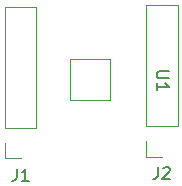
<source format=gbr>
%TF.GenerationSoftware,KiCad,Pcbnew,(6.0.4)*%
%TF.CreationDate,2023-08-09T15:54:22-04:00*%
%TF.ProjectId,ENS160,454e5331-3630-42e6-9b69-6361645f7063,rev?*%
%TF.SameCoordinates,Original*%
%TF.FileFunction,Legend,Top*%
%TF.FilePolarity,Positive*%
%FSLAX46Y46*%
G04 Gerber Fmt 4.6, Leading zero omitted, Abs format (unit mm)*
G04 Created by KiCad (PCBNEW (6.0.4)) date 2023-08-09 15:54:22*
%MOMM*%
%LPD*%
G01*
G04 APERTURE LIST*
%ADD10C,0.150000*%
%ADD11C,0.120000*%
G04 APERTURE END LIST*
D10*
%TO.C,J1*%
X137641666Y-106522380D02*
X137641666Y-107236666D01*
X137594047Y-107379523D01*
X137498809Y-107474761D01*
X137355952Y-107522380D01*
X137260714Y-107522380D01*
X138641666Y-107522380D02*
X138070238Y-107522380D01*
X138355952Y-107522380D02*
X138355952Y-106522380D01*
X138260714Y-106665238D01*
X138165476Y-106760476D01*
X138070238Y-106808095D01*
%TO.C,J2*%
X149591666Y-106372380D02*
X149591666Y-107086666D01*
X149544047Y-107229523D01*
X149448809Y-107324761D01*
X149305952Y-107372380D01*
X149210714Y-107372380D01*
X150020238Y-106467619D02*
X150067857Y-106420000D01*
X150163095Y-106372380D01*
X150401190Y-106372380D01*
X150496428Y-106420000D01*
X150544047Y-106467619D01*
X150591666Y-106562857D01*
X150591666Y-106658095D01*
X150544047Y-106800952D01*
X149972619Y-107372380D01*
X150591666Y-107372380D01*
%TO.C,U1*%
X150497619Y-98263095D02*
X149688095Y-98263095D01*
X149592857Y-98310714D01*
X149545238Y-98358333D01*
X149497619Y-98453571D01*
X149497619Y-98644047D01*
X149545238Y-98739285D01*
X149592857Y-98786904D01*
X149688095Y-98834523D01*
X150497619Y-98834523D01*
X149497619Y-99834523D02*
X149497619Y-99263095D01*
X149497619Y-99548809D02*
X150497619Y-99548809D01*
X150354761Y-99453571D01*
X150259523Y-99358333D01*
X150211904Y-99263095D01*
D11*
%TO.C,J1*%
X136645000Y-105630000D02*
X136645000Y-104300000D01*
X137975000Y-105630000D02*
X136645000Y-105630000D01*
X139305000Y-103030000D02*
X139305000Y-92810000D01*
X139305000Y-103030000D02*
X136645000Y-103030000D01*
X136645000Y-103030000D02*
X136645000Y-92810000D01*
X139305000Y-92810000D02*
X136645000Y-92810000D01*
%TO.C,J2*%
X151255000Y-102880000D02*
X151255000Y-92660000D01*
X151255000Y-92660000D02*
X148595000Y-92660000D01*
X149925000Y-105480000D02*
X148595000Y-105480000D01*
X148595000Y-102880000D02*
X148595000Y-92660000D01*
X151255000Y-102880000D02*
X148595000Y-102880000D01*
X148595000Y-105480000D02*
X148595000Y-104150000D01*
%TO.C,U1*%
X145550000Y-97225000D02*
X142150000Y-97225000D01*
X142150000Y-97225000D02*
X142150000Y-100675000D01*
X142150000Y-100675000D02*
X145550000Y-100675000D01*
X145550000Y-100675000D02*
X145550000Y-97225000D01*
%TD*%
M02*

</source>
